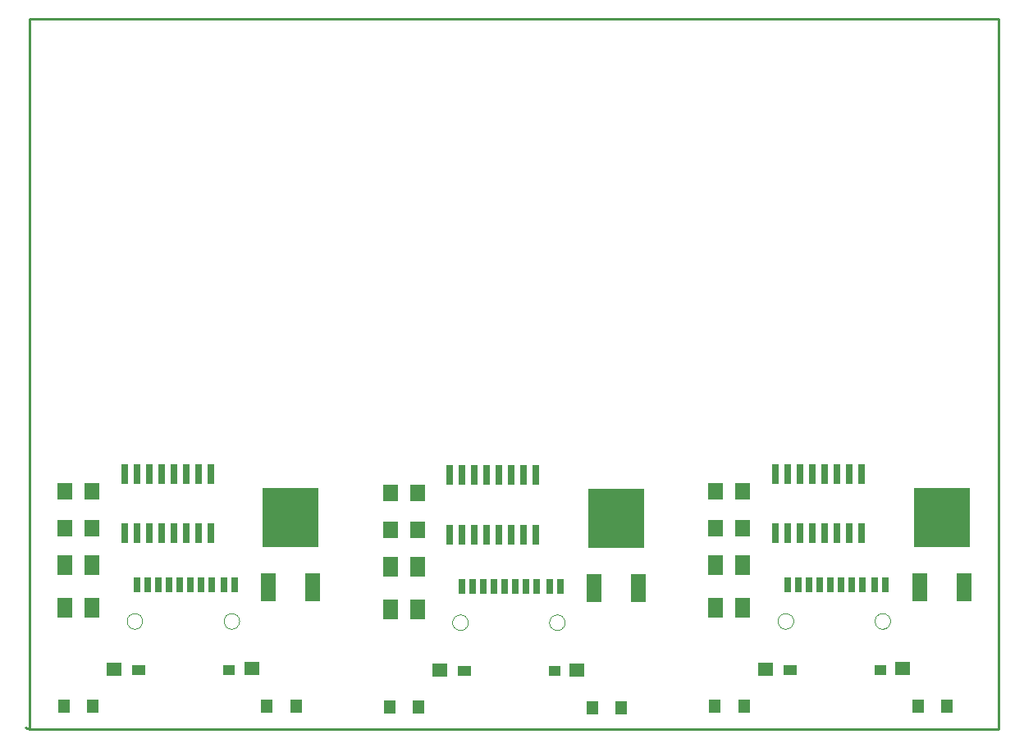
<source format=gtp>
G75*
G70*
%OFA0B0*%
%FSLAX24Y24*%
%IPPOS*%
%LPD*%
%AMOC8*
5,1,8,0,0,1.08239X$1,22.5*
%
%ADD10C,0.0100*%
%ADD11R,0.2283X0.2441*%
%ADD12R,0.0630X0.1181*%
%ADD13R,0.0630X0.0709*%
%ADD14R,0.0260X0.0800*%
%ADD15R,0.0591X0.0531*%
%ADD16R,0.0551X0.0394*%
%ADD17R,0.0512X0.0394*%
%ADD18R,0.0295X0.0591*%
%ADD19C,0.0000*%
%ADD20R,0.0472X0.0551*%
%ADD21R,0.0630X0.0787*%
D10*
X000304Y002050D02*
X000304Y030914D01*
X039674Y030914D01*
X039674Y002050D01*
X000304Y002050D01*
X000150Y002101D01*
D11*
X010919Y010647D03*
X024141Y010595D03*
X037364Y010647D03*
D12*
X038261Y007820D03*
X036466Y007820D03*
X025039Y007769D03*
X023244Y007769D03*
X011816Y007820D03*
X010021Y007820D03*
D13*
X014965Y010158D03*
X016067Y010158D03*
X016067Y011658D03*
X014965Y011658D03*
X002845Y011710D03*
X001743Y011710D03*
X001743Y010210D03*
X002845Y010210D03*
X028188Y010210D03*
X029290Y010210D03*
X029290Y011710D03*
X028188Y011710D03*
D14*
X030614Y012420D03*
X031114Y012420D03*
X031614Y012420D03*
X032114Y012420D03*
X032614Y012420D03*
X033114Y012420D03*
X033614Y012420D03*
X034114Y012420D03*
X034114Y010000D03*
X033614Y010000D03*
X033114Y010000D03*
X032614Y010000D03*
X032114Y010000D03*
X031614Y010000D03*
X031114Y010000D03*
X030614Y010000D03*
X020891Y009948D03*
X020391Y009948D03*
X019891Y009948D03*
X019391Y009948D03*
X018891Y009948D03*
X018391Y009948D03*
X017891Y009948D03*
X017391Y009948D03*
X017391Y012368D03*
X017891Y012368D03*
X018391Y012368D03*
X018891Y012368D03*
X019391Y012368D03*
X019891Y012368D03*
X020391Y012368D03*
X020891Y012368D03*
X007669Y012420D03*
X007169Y012420D03*
X006669Y012420D03*
X006169Y012420D03*
X005669Y012420D03*
X005169Y012420D03*
X004669Y012420D03*
X004169Y012420D03*
X004169Y010000D03*
X004669Y010000D03*
X005169Y010000D03*
X005669Y010000D03*
X006169Y010000D03*
X006669Y010000D03*
X007169Y010000D03*
X007669Y010000D03*
D15*
X009329Y004507D03*
X003758Y004487D03*
X016981Y004436D03*
X022552Y004456D03*
X030203Y004487D03*
X035774Y004507D03*
D16*
X031197Y004448D03*
X017975Y004397D03*
X004752Y004448D03*
D17*
X008424Y004448D03*
X021646Y004397D03*
X034869Y004448D03*
D18*
X035085Y007903D03*
X034652Y007903D03*
X034140Y007903D03*
X033707Y007903D03*
X033274Y007903D03*
X032841Y007903D03*
X032408Y007903D03*
X031975Y007903D03*
X031542Y007903D03*
X031109Y007903D03*
X021863Y007851D03*
X021430Y007851D03*
X020918Y007851D03*
X020485Y007851D03*
X020052Y007851D03*
X019619Y007851D03*
X019186Y007851D03*
X018752Y007851D03*
X018319Y007851D03*
X017886Y007851D03*
X008640Y007903D03*
X008207Y007903D03*
X007695Y007903D03*
X007262Y007903D03*
X006829Y007903D03*
X006396Y007903D03*
X005963Y007903D03*
X005530Y007903D03*
X005097Y007903D03*
X004664Y007903D03*
D19*
X004260Y006436D02*
X004262Y006471D01*
X004268Y006506D01*
X004278Y006540D01*
X004291Y006573D01*
X004308Y006604D01*
X004329Y006632D01*
X004352Y006659D01*
X004379Y006682D01*
X004407Y006703D01*
X004438Y006720D01*
X004471Y006733D01*
X004505Y006743D01*
X004540Y006749D01*
X004575Y006751D01*
X004610Y006749D01*
X004645Y006743D01*
X004679Y006733D01*
X004712Y006720D01*
X004743Y006703D01*
X004771Y006682D01*
X004798Y006659D01*
X004821Y006632D01*
X004842Y006604D01*
X004859Y006573D01*
X004872Y006540D01*
X004882Y006506D01*
X004888Y006471D01*
X004890Y006436D01*
X004888Y006401D01*
X004882Y006366D01*
X004872Y006332D01*
X004859Y006299D01*
X004842Y006268D01*
X004821Y006240D01*
X004798Y006213D01*
X004771Y006190D01*
X004743Y006169D01*
X004712Y006152D01*
X004679Y006139D01*
X004645Y006129D01*
X004610Y006123D01*
X004575Y006121D01*
X004540Y006123D01*
X004505Y006129D01*
X004471Y006139D01*
X004438Y006152D01*
X004407Y006169D01*
X004379Y006190D01*
X004352Y006213D01*
X004329Y006240D01*
X004308Y006268D01*
X004291Y006299D01*
X004278Y006332D01*
X004268Y006366D01*
X004262Y006401D01*
X004260Y006436D01*
X008197Y006436D02*
X008199Y006471D01*
X008205Y006506D01*
X008215Y006540D01*
X008228Y006573D01*
X008245Y006604D01*
X008266Y006632D01*
X008289Y006659D01*
X008316Y006682D01*
X008344Y006703D01*
X008375Y006720D01*
X008408Y006733D01*
X008442Y006743D01*
X008477Y006749D01*
X008512Y006751D01*
X008547Y006749D01*
X008582Y006743D01*
X008616Y006733D01*
X008649Y006720D01*
X008680Y006703D01*
X008708Y006682D01*
X008735Y006659D01*
X008758Y006632D01*
X008779Y006604D01*
X008796Y006573D01*
X008809Y006540D01*
X008819Y006506D01*
X008825Y006471D01*
X008827Y006436D01*
X008825Y006401D01*
X008819Y006366D01*
X008809Y006332D01*
X008796Y006299D01*
X008779Y006268D01*
X008758Y006240D01*
X008735Y006213D01*
X008708Y006190D01*
X008680Y006169D01*
X008649Y006152D01*
X008616Y006139D01*
X008582Y006129D01*
X008547Y006123D01*
X008512Y006121D01*
X008477Y006123D01*
X008442Y006129D01*
X008408Y006139D01*
X008375Y006152D01*
X008344Y006169D01*
X008316Y006190D01*
X008289Y006213D01*
X008266Y006240D01*
X008245Y006268D01*
X008228Y006299D01*
X008215Y006332D01*
X008205Y006366D01*
X008199Y006401D01*
X008197Y006436D01*
X017483Y006385D02*
X017485Y006420D01*
X017491Y006455D01*
X017501Y006489D01*
X017514Y006522D01*
X017531Y006553D01*
X017552Y006581D01*
X017575Y006608D01*
X017602Y006631D01*
X017630Y006652D01*
X017661Y006669D01*
X017694Y006682D01*
X017728Y006692D01*
X017763Y006698D01*
X017798Y006700D01*
X017833Y006698D01*
X017868Y006692D01*
X017902Y006682D01*
X017935Y006669D01*
X017966Y006652D01*
X017994Y006631D01*
X018021Y006608D01*
X018044Y006581D01*
X018065Y006553D01*
X018082Y006522D01*
X018095Y006489D01*
X018105Y006455D01*
X018111Y006420D01*
X018113Y006385D01*
X018111Y006350D01*
X018105Y006315D01*
X018095Y006281D01*
X018082Y006248D01*
X018065Y006217D01*
X018044Y006189D01*
X018021Y006162D01*
X017994Y006139D01*
X017966Y006118D01*
X017935Y006101D01*
X017902Y006088D01*
X017868Y006078D01*
X017833Y006072D01*
X017798Y006070D01*
X017763Y006072D01*
X017728Y006078D01*
X017694Y006088D01*
X017661Y006101D01*
X017630Y006118D01*
X017602Y006139D01*
X017575Y006162D01*
X017552Y006189D01*
X017531Y006217D01*
X017514Y006248D01*
X017501Y006281D01*
X017491Y006315D01*
X017485Y006350D01*
X017483Y006385D01*
X021420Y006385D02*
X021422Y006420D01*
X021428Y006455D01*
X021438Y006489D01*
X021451Y006522D01*
X021468Y006553D01*
X021489Y006581D01*
X021512Y006608D01*
X021539Y006631D01*
X021567Y006652D01*
X021598Y006669D01*
X021631Y006682D01*
X021665Y006692D01*
X021700Y006698D01*
X021735Y006700D01*
X021770Y006698D01*
X021805Y006692D01*
X021839Y006682D01*
X021872Y006669D01*
X021903Y006652D01*
X021931Y006631D01*
X021958Y006608D01*
X021981Y006581D01*
X022002Y006553D01*
X022019Y006522D01*
X022032Y006489D01*
X022042Y006455D01*
X022048Y006420D01*
X022050Y006385D01*
X022048Y006350D01*
X022042Y006315D01*
X022032Y006281D01*
X022019Y006248D01*
X022002Y006217D01*
X021981Y006189D01*
X021958Y006162D01*
X021931Y006139D01*
X021903Y006118D01*
X021872Y006101D01*
X021839Y006088D01*
X021805Y006078D01*
X021770Y006072D01*
X021735Y006070D01*
X021700Y006072D01*
X021665Y006078D01*
X021631Y006088D01*
X021598Y006101D01*
X021567Y006118D01*
X021539Y006139D01*
X021512Y006162D01*
X021489Y006189D01*
X021468Y006217D01*
X021451Y006248D01*
X021438Y006281D01*
X021428Y006315D01*
X021422Y006350D01*
X021420Y006385D01*
X030705Y006436D02*
X030707Y006471D01*
X030713Y006506D01*
X030723Y006540D01*
X030736Y006573D01*
X030753Y006604D01*
X030774Y006632D01*
X030797Y006659D01*
X030824Y006682D01*
X030852Y006703D01*
X030883Y006720D01*
X030916Y006733D01*
X030950Y006743D01*
X030985Y006749D01*
X031020Y006751D01*
X031055Y006749D01*
X031090Y006743D01*
X031124Y006733D01*
X031157Y006720D01*
X031188Y006703D01*
X031216Y006682D01*
X031243Y006659D01*
X031266Y006632D01*
X031287Y006604D01*
X031304Y006573D01*
X031317Y006540D01*
X031327Y006506D01*
X031333Y006471D01*
X031335Y006436D01*
X031333Y006401D01*
X031327Y006366D01*
X031317Y006332D01*
X031304Y006299D01*
X031287Y006268D01*
X031266Y006240D01*
X031243Y006213D01*
X031216Y006190D01*
X031188Y006169D01*
X031157Y006152D01*
X031124Y006139D01*
X031090Y006129D01*
X031055Y006123D01*
X031020Y006121D01*
X030985Y006123D01*
X030950Y006129D01*
X030916Y006139D01*
X030883Y006152D01*
X030852Y006169D01*
X030824Y006190D01*
X030797Y006213D01*
X030774Y006240D01*
X030753Y006268D01*
X030736Y006299D01*
X030723Y006332D01*
X030713Y006366D01*
X030707Y006401D01*
X030705Y006436D01*
X034642Y006436D02*
X034644Y006471D01*
X034650Y006506D01*
X034660Y006540D01*
X034673Y006573D01*
X034690Y006604D01*
X034711Y006632D01*
X034734Y006659D01*
X034761Y006682D01*
X034789Y006703D01*
X034820Y006720D01*
X034853Y006733D01*
X034887Y006743D01*
X034922Y006749D01*
X034957Y006751D01*
X034992Y006749D01*
X035027Y006743D01*
X035061Y006733D01*
X035094Y006720D01*
X035125Y006703D01*
X035153Y006682D01*
X035180Y006659D01*
X035203Y006632D01*
X035224Y006604D01*
X035241Y006573D01*
X035254Y006540D01*
X035264Y006506D01*
X035270Y006471D01*
X035272Y006436D01*
X035270Y006401D01*
X035264Y006366D01*
X035254Y006332D01*
X035241Y006299D01*
X035224Y006268D01*
X035203Y006240D01*
X035180Y006213D01*
X035153Y006190D01*
X035125Y006169D01*
X035094Y006152D01*
X035061Y006139D01*
X035027Y006129D01*
X034992Y006123D01*
X034957Y006121D01*
X034922Y006123D01*
X034887Y006129D01*
X034853Y006139D01*
X034820Y006152D01*
X034789Y006169D01*
X034761Y006190D01*
X034734Y006213D01*
X034711Y006240D01*
X034690Y006268D01*
X034673Y006299D01*
X034660Y006332D01*
X034650Y006366D01*
X034644Y006401D01*
X034642Y006436D01*
D20*
X036396Y002962D03*
X037577Y002962D03*
X029329Y002982D03*
X028148Y002982D03*
X024354Y002911D03*
X023173Y002911D03*
X016107Y002931D03*
X014926Y002931D03*
X011132Y002962D03*
X009951Y002962D03*
X002884Y002982D03*
X001703Y002982D03*
D21*
X001743Y006960D03*
X002845Y006960D03*
X002845Y008710D03*
X001743Y008710D03*
X014965Y008658D03*
X016067Y008658D03*
X016067Y006908D03*
X014965Y006908D03*
X028188Y006960D03*
X029290Y006960D03*
X029290Y008710D03*
X028188Y008710D03*
M02*

</source>
